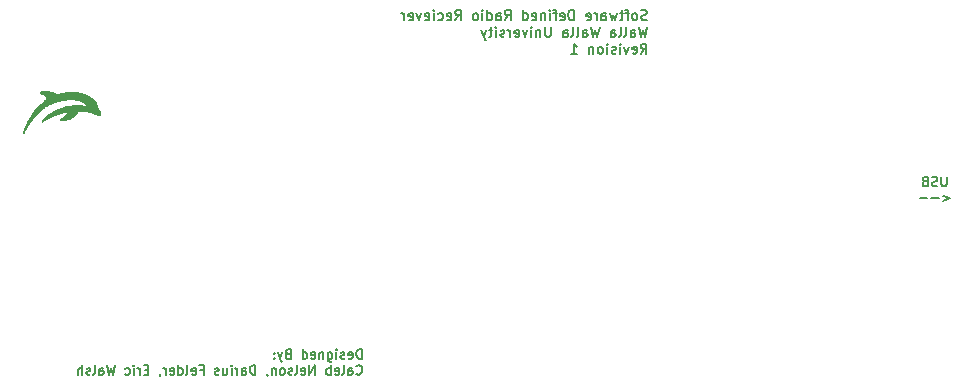
<source format=gbr>
G04 #@! TF.GenerationSoftware,KiCad,Pcbnew,(5.1.9)-1*
G04 #@! TF.CreationDate,2021-05-04T19:46:14-07:00*
G04 #@! TF.ProjectId,SDRReciever,53445252-6563-4696-9576-65722e6b6963,1*
G04 #@! TF.SameCoordinates,Original*
G04 #@! TF.FileFunction,Legend,Bot*
G04 #@! TF.FilePolarity,Positive*
%FSLAX46Y46*%
G04 Gerber Fmt 4.6, Leading zero omitted, Abs format (unit mm)*
G04 Created by KiCad (PCBNEW (5.1.9)-1) date 2021-05-04 19:46:14*
%MOMM*%
%LPD*%
G01*
G04 APERTURE LIST*
%ADD10C,0.150000*%
%ADD11C,0.010000*%
G04 APERTURE END LIST*
D10*
X127283523Y-146816404D02*
X127283523Y-146016404D01*
X127093047Y-146016404D01*
X126978761Y-146054500D01*
X126902571Y-146130690D01*
X126864476Y-146206880D01*
X126826380Y-146359261D01*
X126826380Y-146473547D01*
X126864476Y-146625928D01*
X126902571Y-146702119D01*
X126978761Y-146778309D01*
X127093047Y-146816404D01*
X127283523Y-146816404D01*
X126178761Y-146778309D02*
X126254952Y-146816404D01*
X126407333Y-146816404D01*
X126483523Y-146778309D01*
X126521619Y-146702119D01*
X126521619Y-146397357D01*
X126483523Y-146321166D01*
X126407333Y-146283071D01*
X126254952Y-146283071D01*
X126178761Y-146321166D01*
X126140666Y-146397357D01*
X126140666Y-146473547D01*
X126521619Y-146549738D01*
X125835904Y-146778309D02*
X125759714Y-146816404D01*
X125607333Y-146816404D01*
X125531142Y-146778309D01*
X125493047Y-146702119D01*
X125493047Y-146664023D01*
X125531142Y-146587833D01*
X125607333Y-146549738D01*
X125721619Y-146549738D01*
X125797809Y-146511642D01*
X125835904Y-146435452D01*
X125835904Y-146397357D01*
X125797809Y-146321166D01*
X125721619Y-146283071D01*
X125607333Y-146283071D01*
X125531142Y-146321166D01*
X125150190Y-146816404D02*
X125150190Y-146283071D01*
X125150190Y-146016404D02*
X125188285Y-146054500D01*
X125150190Y-146092595D01*
X125112095Y-146054500D01*
X125150190Y-146016404D01*
X125150190Y-146092595D01*
X124426380Y-146283071D02*
X124426380Y-146930690D01*
X124464476Y-147006880D01*
X124502571Y-147044976D01*
X124578761Y-147083071D01*
X124693047Y-147083071D01*
X124769238Y-147044976D01*
X124426380Y-146778309D02*
X124502571Y-146816404D01*
X124654952Y-146816404D01*
X124731142Y-146778309D01*
X124769238Y-146740214D01*
X124807333Y-146664023D01*
X124807333Y-146435452D01*
X124769238Y-146359261D01*
X124731142Y-146321166D01*
X124654952Y-146283071D01*
X124502571Y-146283071D01*
X124426380Y-146321166D01*
X124045428Y-146283071D02*
X124045428Y-146816404D01*
X124045428Y-146359261D02*
X124007333Y-146321166D01*
X123931142Y-146283071D01*
X123816857Y-146283071D01*
X123740666Y-146321166D01*
X123702571Y-146397357D01*
X123702571Y-146816404D01*
X123016857Y-146778309D02*
X123093047Y-146816404D01*
X123245428Y-146816404D01*
X123321619Y-146778309D01*
X123359714Y-146702119D01*
X123359714Y-146397357D01*
X123321619Y-146321166D01*
X123245428Y-146283071D01*
X123093047Y-146283071D01*
X123016857Y-146321166D01*
X122978761Y-146397357D01*
X122978761Y-146473547D01*
X123359714Y-146549738D01*
X122293047Y-146816404D02*
X122293047Y-146016404D01*
X122293047Y-146778309D02*
X122369238Y-146816404D01*
X122521619Y-146816404D01*
X122597809Y-146778309D01*
X122635904Y-146740214D01*
X122674000Y-146664023D01*
X122674000Y-146435452D01*
X122635904Y-146359261D01*
X122597809Y-146321166D01*
X122521619Y-146283071D01*
X122369238Y-146283071D01*
X122293047Y-146321166D01*
X121035904Y-146397357D02*
X120921619Y-146435452D01*
X120883523Y-146473547D01*
X120845428Y-146549738D01*
X120845428Y-146664023D01*
X120883523Y-146740214D01*
X120921619Y-146778309D01*
X120997809Y-146816404D01*
X121302571Y-146816404D01*
X121302571Y-146016404D01*
X121035904Y-146016404D01*
X120959714Y-146054500D01*
X120921619Y-146092595D01*
X120883523Y-146168785D01*
X120883523Y-146244976D01*
X120921619Y-146321166D01*
X120959714Y-146359261D01*
X121035904Y-146397357D01*
X121302571Y-146397357D01*
X120578761Y-146283071D02*
X120388285Y-146816404D01*
X120197809Y-146283071D02*
X120388285Y-146816404D01*
X120464476Y-147006880D01*
X120502571Y-147044976D01*
X120578761Y-147083071D01*
X119893047Y-146740214D02*
X119854952Y-146778309D01*
X119893047Y-146816404D01*
X119931142Y-146778309D01*
X119893047Y-146740214D01*
X119893047Y-146816404D01*
X119893047Y-146321166D02*
X119854952Y-146359261D01*
X119893047Y-146397357D01*
X119931142Y-146359261D01*
X119893047Y-146321166D01*
X119893047Y-146397357D01*
X126826380Y-148090214D02*
X126864476Y-148128309D01*
X126978761Y-148166404D01*
X127054952Y-148166404D01*
X127169238Y-148128309D01*
X127245428Y-148052119D01*
X127283523Y-147975928D01*
X127321619Y-147823547D01*
X127321619Y-147709261D01*
X127283523Y-147556880D01*
X127245428Y-147480690D01*
X127169238Y-147404500D01*
X127054952Y-147366404D01*
X126978761Y-147366404D01*
X126864476Y-147404500D01*
X126826380Y-147442595D01*
X126140666Y-148166404D02*
X126140666Y-147747357D01*
X126178761Y-147671166D01*
X126254952Y-147633071D01*
X126407333Y-147633071D01*
X126483523Y-147671166D01*
X126140666Y-148128309D02*
X126216857Y-148166404D01*
X126407333Y-148166404D01*
X126483523Y-148128309D01*
X126521619Y-148052119D01*
X126521619Y-147975928D01*
X126483523Y-147899738D01*
X126407333Y-147861642D01*
X126216857Y-147861642D01*
X126140666Y-147823547D01*
X125645428Y-148166404D02*
X125721619Y-148128309D01*
X125759714Y-148052119D01*
X125759714Y-147366404D01*
X125035904Y-148128309D02*
X125112095Y-148166404D01*
X125264476Y-148166404D01*
X125340666Y-148128309D01*
X125378761Y-148052119D01*
X125378761Y-147747357D01*
X125340666Y-147671166D01*
X125264476Y-147633071D01*
X125112095Y-147633071D01*
X125035904Y-147671166D01*
X124997809Y-147747357D01*
X124997809Y-147823547D01*
X125378761Y-147899738D01*
X124654952Y-148166404D02*
X124654952Y-147366404D01*
X124654952Y-147671166D02*
X124578761Y-147633071D01*
X124426380Y-147633071D01*
X124350190Y-147671166D01*
X124312095Y-147709261D01*
X124274000Y-147785452D01*
X124274000Y-148014023D01*
X124312095Y-148090214D01*
X124350190Y-148128309D01*
X124426380Y-148166404D01*
X124578761Y-148166404D01*
X124654952Y-148128309D01*
X123321619Y-148166404D02*
X123321619Y-147366404D01*
X122864476Y-148166404D01*
X122864476Y-147366404D01*
X122178761Y-148128309D02*
X122254952Y-148166404D01*
X122407333Y-148166404D01*
X122483523Y-148128309D01*
X122521619Y-148052119D01*
X122521619Y-147747357D01*
X122483523Y-147671166D01*
X122407333Y-147633071D01*
X122254952Y-147633071D01*
X122178761Y-147671166D01*
X122140666Y-147747357D01*
X122140666Y-147823547D01*
X122521619Y-147899738D01*
X121683523Y-148166404D02*
X121759714Y-148128309D01*
X121797809Y-148052119D01*
X121797809Y-147366404D01*
X121416857Y-148128309D02*
X121340666Y-148166404D01*
X121188285Y-148166404D01*
X121112095Y-148128309D01*
X121074000Y-148052119D01*
X121074000Y-148014023D01*
X121112095Y-147937833D01*
X121188285Y-147899738D01*
X121302571Y-147899738D01*
X121378761Y-147861642D01*
X121416857Y-147785452D01*
X121416857Y-147747357D01*
X121378761Y-147671166D01*
X121302571Y-147633071D01*
X121188285Y-147633071D01*
X121112095Y-147671166D01*
X120616857Y-148166404D02*
X120693047Y-148128309D01*
X120731142Y-148090214D01*
X120769238Y-148014023D01*
X120769238Y-147785452D01*
X120731142Y-147709261D01*
X120693047Y-147671166D01*
X120616857Y-147633071D01*
X120502571Y-147633071D01*
X120426380Y-147671166D01*
X120388285Y-147709261D01*
X120350190Y-147785452D01*
X120350190Y-148014023D01*
X120388285Y-148090214D01*
X120426380Y-148128309D01*
X120502571Y-148166404D01*
X120616857Y-148166404D01*
X120007333Y-147633071D02*
X120007333Y-148166404D01*
X120007333Y-147709261D02*
X119969238Y-147671166D01*
X119893047Y-147633071D01*
X119778761Y-147633071D01*
X119702571Y-147671166D01*
X119664476Y-147747357D01*
X119664476Y-148166404D01*
X119245428Y-148128309D02*
X119245428Y-148166404D01*
X119283523Y-148242595D01*
X119321619Y-148280690D01*
X118293047Y-148166404D02*
X118293047Y-147366404D01*
X118102571Y-147366404D01*
X117988285Y-147404500D01*
X117912095Y-147480690D01*
X117874000Y-147556880D01*
X117835904Y-147709261D01*
X117835904Y-147823547D01*
X117874000Y-147975928D01*
X117912095Y-148052119D01*
X117988285Y-148128309D01*
X118102571Y-148166404D01*
X118293047Y-148166404D01*
X117150190Y-148166404D02*
X117150190Y-147747357D01*
X117188285Y-147671166D01*
X117264476Y-147633071D01*
X117416857Y-147633071D01*
X117493047Y-147671166D01*
X117150190Y-148128309D02*
X117226380Y-148166404D01*
X117416857Y-148166404D01*
X117493047Y-148128309D01*
X117531142Y-148052119D01*
X117531142Y-147975928D01*
X117493047Y-147899738D01*
X117416857Y-147861642D01*
X117226380Y-147861642D01*
X117150190Y-147823547D01*
X116769238Y-148166404D02*
X116769238Y-147633071D01*
X116769238Y-147785452D02*
X116731142Y-147709261D01*
X116693047Y-147671166D01*
X116616857Y-147633071D01*
X116540666Y-147633071D01*
X116274000Y-148166404D02*
X116274000Y-147633071D01*
X116274000Y-147366404D02*
X116312095Y-147404500D01*
X116274000Y-147442595D01*
X116235904Y-147404500D01*
X116274000Y-147366404D01*
X116274000Y-147442595D01*
X115550190Y-147633071D02*
X115550190Y-148166404D01*
X115893047Y-147633071D02*
X115893047Y-148052119D01*
X115854952Y-148128309D01*
X115778761Y-148166404D01*
X115664476Y-148166404D01*
X115588285Y-148128309D01*
X115550190Y-148090214D01*
X115207333Y-148128309D02*
X115131142Y-148166404D01*
X114978761Y-148166404D01*
X114902571Y-148128309D01*
X114864476Y-148052119D01*
X114864476Y-148014023D01*
X114902571Y-147937833D01*
X114978761Y-147899738D01*
X115093047Y-147899738D01*
X115169238Y-147861642D01*
X115207333Y-147785452D01*
X115207333Y-147747357D01*
X115169238Y-147671166D01*
X115093047Y-147633071D01*
X114978761Y-147633071D01*
X114902571Y-147671166D01*
X113645428Y-147747357D02*
X113912095Y-147747357D01*
X113912095Y-148166404D02*
X113912095Y-147366404D01*
X113531142Y-147366404D01*
X112921619Y-148128309D02*
X112997809Y-148166404D01*
X113150190Y-148166404D01*
X113226380Y-148128309D01*
X113264476Y-148052119D01*
X113264476Y-147747357D01*
X113226380Y-147671166D01*
X113150190Y-147633071D01*
X112997809Y-147633071D01*
X112921619Y-147671166D01*
X112883523Y-147747357D01*
X112883523Y-147823547D01*
X113264476Y-147899738D01*
X112426380Y-148166404D02*
X112502571Y-148128309D01*
X112540666Y-148052119D01*
X112540666Y-147366404D01*
X111778761Y-148166404D02*
X111778761Y-147366404D01*
X111778761Y-148128309D02*
X111854952Y-148166404D01*
X112007333Y-148166404D01*
X112083523Y-148128309D01*
X112121619Y-148090214D01*
X112159714Y-148014023D01*
X112159714Y-147785452D01*
X112121619Y-147709261D01*
X112083523Y-147671166D01*
X112007333Y-147633071D01*
X111854952Y-147633071D01*
X111778761Y-147671166D01*
X111093047Y-148128309D02*
X111169238Y-148166404D01*
X111321619Y-148166404D01*
X111397809Y-148128309D01*
X111435904Y-148052119D01*
X111435904Y-147747357D01*
X111397809Y-147671166D01*
X111321619Y-147633071D01*
X111169238Y-147633071D01*
X111093047Y-147671166D01*
X111054952Y-147747357D01*
X111054952Y-147823547D01*
X111435904Y-147899738D01*
X110712095Y-148166404D02*
X110712095Y-147633071D01*
X110712095Y-147785452D02*
X110674000Y-147709261D01*
X110635904Y-147671166D01*
X110559714Y-147633071D01*
X110483523Y-147633071D01*
X110178761Y-148128309D02*
X110178761Y-148166404D01*
X110216857Y-148242595D01*
X110254952Y-148280690D01*
X109226380Y-147747357D02*
X108959714Y-147747357D01*
X108845428Y-148166404D02*
X109226380Y-148166404D01*
X109226380Y-147366404D01*
X108845428Y-147366404D01*
X108502571Y-148166404D02*
X108502571Y-147633071D01*
X108502571Y-147785452D02*
X108464476Y-147709261D01*
X108426380Y-147671166D01*
X108350190Y-147633071D01*
X108274000Y-147633071D01*
X108007333Y-148166404D02*
X108007333Y-147633071D01*
X108007333Y-147366404D02*
X108045428Y-147404500D01*
X108007333Y-147442595D01*
X107969238Y-147404500D01*
X108007333Y-147366404D01*
X108007333Y-147442595D01*
X107283523Y-148128309D02*
X107359714Y-148166404D01*
X107512095Y-148166404D01*
X107588285Y-148128309D01*
X107626380Y-148090214D01*
X107664476Y-148014023D01*
X107664476Y-147785452D01*
X107626380Y-147709261D01*
X107588285Y-147671166D01*
X107512095Y-147633071D01*
X107359714Y-147633071D01*
X107283523Y-147671166D01*
X106407333Y-147366404D02*
X106216857Y-148166404D01*
X106064476Y-147594976D01*
X105912095Y-148166404D01*
X105721619Y-147366404D01*
X105074000Y-148166404D02*
X105074000Y-147747357D01*
X105112095Y-147671166D01*
X105188285Y-147633071D01*
X105340666Y-147633071D01*
X105416857Y-147671166D01*
X105074000Y-148128309D02*
X105150190Y-148166404D01*
X105340666Y-148166404D01*
X105416857Y-148128309D01*
X105454952Y-148052119D01*
X105454952Y-147975928D01*
X105416857Y-147899738D01*
X105340666Y-147861642D01*
X105150190Y-147861642D01*
X105074000Y-147823547D01*
X104578761Y-148166404D02*
X104654952Y-148128309D01*
X104693047Y-148052119D01*
X104693047Y-147366404D01*
X104312095Y-148128309D02*
X104235904Y-148166404D01*
X104083523Y-148166404D01*
X104007333Y-148128309D01*
X103969238Y-148052119D01*
X103969238Y-148014023D01*
X104007333Y-147937833D01*
X104083523Y-147899738D01*
X104197809Y-147899738D01*
X104274000Y-147861642D01*
X104312095Y-147785452D01*
X104312095Y-147747357D01*
X104274000Y-147671166D01*
X104197809Y-147633071D01*
X104083523Y-147633071D01*
X104007333Y-147671166D01*
X103626380Y-148166404D02*
X103626380Y-147366404D01*
X103283523Y-148166404D02*
X103283523Y-147747357D01*
X103321619Y-147671166D01*
X103397809Y-147633071D01*
X103512095Y-147633071D01*
X103588285Y-147671166D01*
X103626380Y-147709261D01*
X151442095Y-118108547D02*
X151320666Y-118149023D01*
X151118285Y-118149023D01*
X151037333Y-118108547D01*
X150996857Y-118068071D01*
X150956380Y-117987119D01*
X150956380Y-117906166D01*
X150996857Y-117825214D01*
X151037333Y-117784738D01*
X151118285Y-117744261D01*
X151280190Y-117703785D01*
X151361142Y-117663309D01*
X151401619Y-117622833D01*
X151442095Y-117541880D01*
X151442095Y-117460928D01*
X151401619Y-117379976D01*
X151361142Y-117339500D01*
X151280190Y-117299023D01*
X151077809Y-117299023D01*
X150956380Y-117339500D01*
X150470666Y-118149023D02*
X150551619Y-118108547D01*
X150592095Y-118068071D01*
X150632571Y-117987119D01*
X150632571Y-117744261D01*
X150592095Y-117663309D01*
X150551619Y-117622833D01*
X150470666Y-117582357D01*
X150349238Y-117582357D01*
X150268285Y-117622833D01*
X150227809Y-117663309D01*
X150187333Y-117744261D01*
X150187333Y-117987119D01*
X150227809Y-118068071D01*
X150268285Y-118108547D01*
X150349238Y-118149023D01*
X150470666Y-118149023D01*
X149944476Y-117582357D02*
X149620666Y-117582357D01*
X149823047Y-118149023D02*
X149823047Y-117420452D01*
X149782571Y-117339500D01*
X149701619Y-117299023D01*
X149620666Y-117299023D01*
X149458761Y-117582357D02*
X149134952Y-117582357D01*
X149337333Y-117299023D02*
X149337333Y-118027595D01*
X149296857Y-118108547D01*
X149215904Y-118149023D01*
X149134952Y-118149023D01*
X148932571Y-117582357D02*
X148770666Y-118149023D01*
X148608761Y-117744261D01*
X148446857Y-118149023D01*
X148284952Y-117582357D01*
X147596857Y-118149023D02*
X147596857Y-117703785D01*
X147637333Y-117622833D01*
X147718285Y-117582357D01*
X147880190Y-117582357D01*
X147961142Y-117622833D01*
X147596857Y-118108547D02*
X147677809Y-118149023D01*
X147880190Y-118149023D01*
X147961142Y-118108547D01*
X148001619Y-118027595D01*
X148001619Y-117946642D01*
X147961142Y-117865690D01*
X147880190Y-117825214D01*
X147677809Y-117825214D01*
X147596857Y-117784738D01*
X147192095Y-118149023D02*
X147192095Y-117582357D01*
X147192095Y-117744261D02*
X147151619Y-117663309D01*
X147111142Y-117622833D01*
X147030190Y-117582357D01*
X146949238Y-117582357D01*
X146342095Y-118108547D02*
X146423047Y-118149023D01*
X146584952Y-118149023D01*
X146665904Y-118108547D01*
X146706380Y-118027595D01*
X146706380Y-117703785D01*
X146665904Y-117622833D01*
X146584952Y-117582357D01*
X146423047Y-117582357D01*
X146342095Y-117622833D01*
X146301619Y-117703785D01*
X146301619Y-117784738D01*
X146706380Y-117865690D01*
X145289714Y-118149023D02*
X145289714Y-117299023D01*
X145087333Y-117299023D01*
X144965904Y-117339500D01*
X144884952Y-117420452D01*
X144844476Y-117501404D01*
X144804000Y-117663309D01*
X144804000Y-117784738D01*
X144844476Y-117946642D01*
X144884952Y-118027595D01*
X144965904Y-118108547D01*
X145087333Y-118149023D01*
X145289714Y-118149023D01*
X144115904Y-118108547D02*
X144196857Y-118149023D01*
X144358761Y-118149023D01*
X144439714Y-118108547D01*
X144480190Y-118027595D01*
X144480190Y-117703785D01*
X144439714Y-117622833D01*
X144358761Y-117582357D01*
X144196857Y-117582357D01*
X144115904Y-117622833D01*
X144075428Y-117703785D01*
X144075428Y-117784738D01*
X144480190Y-117865690D01*
X143832571Y-117582357D02*
X143508761Y-117582357D01*
X143711142Y-118149023D02*
X143711142Y-117420452D01*
X143670666Y-117339500D01*
X143589714Y-117299023D01*
X143508761Y-117299023D01*
X143225428Y-118149023D02*
X143225428Y-117582357D01*
X143225428Y-117299023D02*
X143265904Y-117339500D01*
X143225428Y-117379976D01*
X143184952Y-117339500D01*
X143225428Y-117299023D01*
X143225428Y-117379976D01*
X142820666Y-117582357D02*
X142820666Y-118149023D01*
X142820666Y-117663309D02*
X142780190Y-117622833D01*
X142699238Y-117582357D01*
X142577809Y-117582357D01*
X142496857Y-117622833D01*
X142456380Y-117703785D01*
X142456380Y-118149023D01*
X141727809Y-118108547D02*
X141808761Y-118149023D01*
X141970666Y-118149023D01*
X142051619Y-118108547D01*
X142092095Y-118027595D01*
X142092095Y-117703785D01*
X142051619Y-117622833D01*
X141970666Y-117582357D01*
X141808761Y-117582357D01*
X141727809Y-117622833D01*
X141687333Y-117703785D01*
X141687333Y-117784738D01*
X142092095Y-117865690D01*
X140958761Y-118149023D02*
X140958761Y-117299023D01*
X140958761Y-118108547D02*
X141039714Y-118149023D01*
X141201619Y-118149023D01*
X141282571Y-118108547D01*
X141323047Y-118068071D01*
X141363523Y-117987119D01*
X141363523Y-117744261D01*
X141323047Y-117663309D01*
X141282571Y-117622833D01*
X141201619Y-117582357D01*
X141039714Y-117582357D01*
X140958761Y-117622833D01*
X139420666Y-118149023D02*
X139704000Y-117744261D01*
X139906380Y-118149023D02*
X139906380Y-117299023D01*
X139582571Y-117299023D01*
X139501619Y-117339500D01*
X139461142Y-117379976D01*
X139420666Y-117460928D01*
X139420666Y-117582357D01*
X139461142Y-117663309D01*
X139501619Y-117703785D01*
X139582571Y-117744261D01*
X139906380Y-117744261D01*
X138692095Y-118149023D02*
X138692095Y-117703785D01*
X138732571Y-117622833D01*
X138813523Y-117582357D01*
X138975428Y-117582357D01*
X139056380Y-117622833D01*
X138692095Y-118108547D02*
X138773047Y-118149023D01*
X138975428Y-118149023D01*
X139056380Y-118108547D01*
X139096857Y-118027595D01*
X139096857Y-117946642D01*
X139056380Y-117865690D01*
X138975428Y-117825214D01*
X138773047Y-117825214D01*
X138692095Y-117784738D01*
X137923047Y-118149023D02*
X137923047Y-117299023D01*
X137923047Y-118108547D02*
X138004000Y-118149023D01*
X138165904Y-118149023D01*
X138246857Y-118108547D01*
X138287333Y-118068071D01*
X138327809Y-117987119D01*
X138327809Y-117744261D01*
X138287333Y-117663309D01*
X138246857Y-117622833D01*
X138165904Y-117582357D01*
X138004000Y-117582357D01*
X137923047Y-117622833D01*
X137518285Y-118149023D02*
X137518285Y-117582357D01*
X137518285Y-117299023D02*
X137558761Y-117339500D01*
X137518285Y-117379976D01*
X137477809Y-117339500D01*
X137518285Y-117299023D01*
X137518285Y-117379976D01*
X136992095Y-118149023D02*
X137073047Y-118108547D01*
X137113523Y-118068071D01*
X137154000Y-117987119D01*
X137154000Y-117744261D01*
X137113523Y-117663309D01*
X137073047Y-117622833D01*
X136992095Y-117582357D01*
X136870666Y-117582357D01*
X136789714Y-117622833D01*
X136749238Y-117663309D01*
X136708761Y-117744261D01*
X136708761Y-117987119D01*
X136749238Y-118068071D01*
X136789714Y-118108547D01*
X136870666Y-118149023D01*
X136992095Y-118149023D01*
X135211142Y-118149023D02*
X135494476Y-117744261D01*
X135696857Y-118149023D02*
X135696857Y-117299023D01*
X135373047Y-117299023D01*
X135292095Y-117339500D01*
X135251619Y-117379976D01*
X135211142Y-117460928D01*
X135211142Y-117582357D01*
X135251619Y-117663309D01*
X135292095Y-117703785D01*
X135373047Y-117744261D01*
X135696857Y-117744261D01*
X134523047Y-118108547D02*
X134604000Y-118149023D01*
X134765904Y-118149023D01*
X134846857Y-118108547D01*
X134887333Y-118027595D01*
X134887333Y-117703785D01*
X134846857Y-117622833D01*
X134765904Y-117582357D01*
X134604000Y-117582357D01*
X134523047Y-117622833D01*
X134482571Y-117703785D01*
X134482571Y-117784738D01*
X134887333Y-117865690D01*
X133754000Y-118108547D02*
X133834952Y-118149023D01*
X133996857Y-118149023D01*
X134077809Y-118108547D01*
X134118285Y-118068071D01*
X134158761Y-117987119D01*
X134158761Y-117744261D01*
X134118285Y-117663309D01*
X134077809Y-117622833D01*
X133996857Y-117582357D01*
X133834952Y-117582357D01*
X133754000Y-117622833D01*
X133389714Y-118149023D02*
X133389714Y-117582357D01*
X133389714Y-117299023D02*
X133430190Y-117339500D01*
X133389714Y-117379976D01*
X133349238Y-117339500D01*
X133389714Y-117299023D01*
X133389714Y-117379976D01*
X132661142Y-118108547D02*
X132742095Y-118149023D01*
X132904000Y-118149023D01*
X132984952Y-118108547D01*
X133025428Y-118027595D01*
X133025428Y-117703785D01*
X132984952Y-117622833D01*
X132904000Y-117582357D01*
X132742095Y-117582357D01*
X132661142Y-117622833D01*
X132620666Y-117703785D01*
X132620666Y-117784738D01*
X133025428Y-117865690D01*
X132337333Y-117582357D02*
X132134952Y-118149023D01*
X131932571Y-117582357D01*
X131284952Y-118108547D02*
X131365904Y-118149023D01*
X131527809Y-118149023D01*
X131608761Y-118108547D01*
X131649238Y-118027595D01*
X131649238Y-117703785D01*
X131608761Y-117622833D01*
X131527809Y-117582357D01*
X131365904Y-117582357D01*
X131284952Y-117622833D01*
X131244476Y-117703785D01*
X131244476Y-117784738D01*
X131649238Y-117865690D01*
X130880190Y-118149023D02*
X130880190Y-117582357D01*
X130880190Y-117744261D02*
X130839714Y-117663309D01*
X130799238Y-117622833D01*
X130718285Y-117582357D01*
X130637333Y-117582357D01*
X151482571Y-118724023D02*
X151280190Y-119574023D01*
X151118285Y-118966880D01*
X150956380Y-119574023D01*
X150754000Y-118724023D01*
X150065904Y-119574023D02*
X150065904Y-119128785D01*
X150106380Y-119047833D01*
X150187333Y-119007357D01*
X150349238Y-119007357D01*
X150430190Y-119047833D01*
X150065904Y-119533547D02*
X150146857Y-119574023D01*
X150349238Y-119574023D01*
X150430190Y-119533547D01*
X150470666Y-119452595D01*
X150470666Y-119371642D01*
X150430190Y-119290690D01*
X150349238Y-119250214D01*
X150146857Y-119250214D01*
X150065904Y-119209738D01*
X149539714Y-119574023D02*
X149620666Y-119533547D01*
X149661142Y-119452595D01*
X149661142Y-118724023D01*
X149094476Y-119574023D02*
X149175428Y-119533547D01*
X149215904Y-119452595D01*
X149215904Y-118724023D01*
X148406380Y-119574023D02*
X148406380Y-119128785D01*
X148446857Y-119047833D01*
X148527809Y-119007357D01*
X148689714Y-119007357D01*
X148770666Y-119047833D01*
X148406380Y-119533547D02*
X148487333Y-119574023D01*
X148689714Y-119574023D01*
X148770666Y-119533547D01*
X148811142Y-119452595D01*
X148811142Y-119371642D01*
X148770666Y-119290690D01*
X148689714Y-119250214D01*
X148487333Y-119250214D01*
X148406380Y-119209738D01*
X147434952Y-118724023D02*
X147232571Y-119574023D01*
X147070666Y-118966880D01*
X146908761Y-119574023D01*
X146706380Y-118724023D01*
X146018285Y-119574023D02*
X146018285Y-119128785D01*
X146058761Y-119047833D01*
X146139714Y-119007357D01*
X146301619Y-119007357D01*
X146382571Y-119047833D01*
X146018285Y-119533547D02*
X146099238Y-119574023D01*
X146301619Y-119574023D01*
X146382571Y-119533547D01*
X146423047Y-119452595D01*
X146423047Y-119371642D01*
X146382571Y-119290690D01*
X146301619Y-119250214D01*
X146099238Y-119250214D01*
X146018285Y-119209738D01*
X145492095Y-119574023D02*
X145573047Y-119533547D01*
X145613523Y-119452595D01*
X145613523Y-118724023D01*
X145046857Y-119574023D02*
X145127809Y-119533547D01*
X145168285Y-119452595D01*
X145168285Y-118724023D01*
X144358761Y-119574023D02*
X144358761Y-119128785D01*
X144399238Y-119047833D01*
X144480190Y-119007357D01*
X144642095Y-119007357D01*
X144723047Y-119047833D01*
X144358761Y-119533547D02*
X144439714Y-119574023D01*
X144642095Y-119574023D01*
X144723047Y-119533547D01*
X144763523Y-119452595D01*
X144763523Y-119371642D01*
X144723047Y-119290690D01*
X144642095Y-119250214D01*
X144439714Y-119250214D01*
X144358761Y-119209738D01*
X143306380Y-118724023D02*
X143306380Y-119412119D01*
X143265904Y-119493071D01*
X143225428Y-119533547D01*
X143144476Y-119574023D01*
X142982571Y-119574023D01*
X142901619Y-119533547D01*
X142861142Y-119493071D01*
X142820666Y-119412119D01*
X142820666Y-118724023D01*
X142415904Y-119007357D02*
X142415904Y-119574023D01*
X142415904Y-119088309D02*
X142375428Y-119047833D01*
X142294476Y-119007357D01*
X142173047Y-119007357D01*
X142092095Y-119047833D01*
X142051619Y-119128785D01*
X142051619Y-119574023D01*
X141646857Y-119574023D02*
X141646857Y-119007357D01*
X141646857Y-118724023D02*
X141687333Y-118764500D01*
X141646857Y-118804976D01*
X141606380Y-118764500D01*
X141646857Y-118724023D01*
X141646857Y-118804976D01*
X141323047Y-119007357D02*
X141120666Y-119574023D01*
X140918285Y-119007357D01*
X140270666Y-119533547D02*
X140351619Y-119574023D01*
X140513523Y-119574023D01*
X140594476Y-119533547D01*
X140634952Y-119452595D01*
X140634952Y-119128785D01*
X140594476Y-119047833D01*
X140513523Y-119007357D01*
X140351619Y-119007357D01*
X140270666Y-119047833D01*
X140230190Y-119128785D01*
X140230190Y-119209738D01*
X140634952Y-119290690D01*
X139865904Y-119574023D02*
X139865904Y-119007357D01*
X139865904Y-119169261D02*
X139825428Y-119088309D01*
X139784952Y-119047833D01*
X139704000Y-119007357D01*
X139623047Y-119007357D01*
X139380190Y-119533547D02*
X139299238Y-119574023D01*
X139137333Y-119574023D01*
X139056380Y-119533547D01*
X139015904Y-119452595D01*
X139015904Y-119412119D01*
X139056380Y-119331166D01*
X139137333Y-119290690D01*
X139258761Y-119290690D01*
X139339714Y-119250214D01*
X139380190Y-119169261D01*
X139380190Y-119128785D01*
X139339714Y-119047833D01*
X139258761Y-119007357D01*
X139137333Y-119007357D01*
X139056380Y-119047833D01*
X138651619Y-119574023D02*
X138651619Y-119007357D01*
X138651619Y-118724023D02*
X138692095Y-118764500D01*
X138651619Y-118804976D01*
X138611142Y-118764500D01*
X138651619Y-118724023D01*
X138651619Y-118804976D01*
X138368285Y-119007357D02*
X138044476Y-119007357D01*
X138246857Y-118724023D02*
X138246857Y-119452595D01*
X138206380Y-119533547D01*
X138125428Y-119574023D01*
X138044476Y-119574023D01*
X137842095Y-119007357D02*
X137639714Y-119574023D01*
X137437333Y-119007357D02*
X137639714Y-119574023D01*
X137720666Y-119776404D01*
X137761142Y-119816880D01*
X137842095Y-119857357D01*
X150915904Y-120999023D02*
X151199238Y-120594261D01*
X151401619Y-120999023D02*
X151401619Y-120149023D01*
X151077809Y-120149023D01*
X150996857Y-120189500D01*
X150956380Y-120229976D01*
X150915904Y-120310928D01*
X150915904Y-120432357D01*
X150956380Y-120513309D01*
X150996857Y-120553785D01*
X151077809Y-120594261D01*
X151401619Y-120594261D01*
X150227809Y-120958547D02*
X150308761Y-120999023D01*
X150470666Y-120999023D01*
X150551619Y-120958547D01*
X150592095Y-120877595D01*
X150592095Y-120553785D01*
X150551619Y-120472833D01*
X150470666Y-120432357D01*
X150308761Y-120432357D01*
X150227809Y-120472833D01*
X150187333Y-120553785D01*
X150187333Y-120634738D01*
X150592095Y-120715690D01*
X149904000Y-120432357D02*
X149701619Y-120999023D01*
X149499238Y-120432357D01*
X149175428Y-120999023D02*
X149175428Y-120432357D01*
X149175428Y-120149023D02*
X149215904Y-120189500D01*
X149175428Y-120229976D01*
X149134952Y-120189500D01*
X149175428Y-120149023D01*
X149175428Y-120229976D01*
X148811142Y-120958547D02*
X148730190Y-120999023D01*
X148568285Y-120999023D01*
X148487333Y-120958547D01*
X148446857Y-120877595D01*
X148446857Y-120837119D01*
X148487333Y-120756166D01*
X148568285Y-120715690D01*
X148689714Y-120715690D01*
X148770666Y-120675214D01*
X148811142Y-120594261D01*
X148811142Y-120553785D01*
X148770666Y-120472833D01*
X148689714Y-120432357D01*
X148568285Y-120432357D01*
X148487333Y-120472833D01*
X148082571Y-120999023D02*
X148082571Y-120432357D01*
X148082571Y-120149023D02*
X148123047Y-120189500D01*
X148082571Y-120229976D01*
X148042095Y-120189500D01*
X148082571Y-120149023D01*
X148082571Y-120229976D01*
X147556380Y-120999023D02*
X147637333Y-120958547D01*
X147677809Y-120918071D01*
X147718285Y-120837119D01*
X147718285Y-120594261D01*
X147677809Y-120513309D01*
X147637333Y-120472833D01*
X147556380Y-120432357D01*
X147434952Y-120432357D01*
X147354000Y-120472833D01*
X147313523Y-120513309D01*
X147273047Y-120594261D01*
X147273047Y-120837119D01*
X147313523Y-120918071D01*
X147354000Y-120958547D01*
X147434952Y-120999023D01*
X147556380Y-120999023D01*
X146908761Y-120432357D02*
X146908761Y-120999023D01*
X146908761Y-120513309D02*
X146868285Y-120472833D01*
X146787333Y-120432357D01*
X146665904Y-120432357D01*
X146584952Y-120472833D01*
X146544476Y-120553785D01*
X146544476Y-120999023D01*
X145046857Y-120999023D02*
X145532571Y-120999023D01*
X145289714Y-120999023D02*
X145289714Y-120149023D01*
X145370666Y-120270452D01*
X145451619Y-120351404D01*
X145532571Y-120391880D01*
X176841023Y-131411404D02*
X176841023Y-132059023D01*
X176802928Y-132135214D01*
X176764833Y-132173309D01*
X176688642Y-132211404D01*
X176536261Y-132211404D01*
X176460071Y-132173309D01*
X176421976Y-132135214D01*
X176383880Y-132059023D01*
X176383880Y-131411404D01*
X176041023Y-132173309D02*
X175926738Y-132211404D01*
X175736261Y-132211404D01*
X175660071Y-132173309D01*
X175621976Y-132135214D01*
X175583880Y-132059023D01*
X175583880Y-131982833D01*
X175621976Y-131906642D01*
X175660071Y-131868547D01*
X175736261Y-131830452D01*
X175888642Y-131792357D01*
X175964833Y-131754261D01*
X176002928Y-131716166D01*
X176041023Y-131639976D01*
X176041023Y-131563785D01*
X176002928Y-131487595D01*
X175964833Y-131449500D01*
X175888642Y-131411404D01*
X175698166Y-131411404D01*
X175583880Y-131449500D01*
X174974357Y-131792357D02*
X174860071Y-131830452D01*
X174821976Y-131868547D01*
X174783880Y-131944738D01*
X174783880Y-132059023D01*
X174821976Y-132135214D01*
X174860071Y-132173309D01*
X174936261Y-132211404D01*
X175241023Y-132211404D01*
X175241023Y-131411404D01*
X174974357Y-131411404D01*
X174898166Y-131449500D01*
X174860071Y-131487595D01*
X174821976Y-131563785D01*
X174821976Y-131639976D01*
X174860071Y-131716166D01*
X174898166Y-131754261D01*
X174974357Y-131792357D01*
X175241023Y-131792357D01*
X176517214Y-133028071D02*
X177126738Y-133256642D01*
X176517214Y-133485214D01*
X176136261Y-133256642D02*
X175526738Y-133256642D01*
X175145785Y-133256642D02*
X174536261Y-133256642D01*
D11*
G36*
X100602468Y-124156595D02*
G01*
X100670293Y-124159430D01*
X100704650Y-124161778D01*
X100780449Y-124169977D01*
X100856813Y-124182845D01*
X100934066Y-124200493D01*
X101012531Y-124223030D01*
X101092532Y-124250567D01*
X101174394Y-124283214D01*
X101258440Y-124321082D01*
X101344994Y-124364280D01*
X101421766Y-124405824D01*
X101480070Y-124438448D01*
X101520191Y-124427058D01*
X101576476Y-124411642D01*
X101637395Y-124395990D01*
X101702101Y-124380269D01*
X101769748Y-124364645D01*
X101839492Y-124349287D01*
X101910485Y-124334360D01*
X101981882Y-124320033D01*
X102052838Y-124306472D01*
X102122506Y-124293845D01*
X102190040Y-124282318D01*
X102254594Y-124272059D01*
X102315324Y-124263235D01*
X102371382Y-124256013D01*
X102404862Y-124252263D01*
X102547017Y-124240304D01*
X102688817Y-124234076D01*
X102829908Y-124233554D01*
X102969937Y-124238710D01*
X103108551Y-124249519D01*
X103245397Y-124265953D01*
X103380120Y-124287986D01*
X103512367Y-124315591D01*
X103624062Y-124343826D01*
X103739640Y-124377827D01*
X103849810Y-124415045D01*
X103954668Y-124455534D01*
X104054313Y-124499346D01*
X104148840Y-124546534D01*
X104238346Y-124597151D01*
X104322929Y-124651250D01*
X104402686Y-124708883D01*
X104477713Y-124770104D01*
X104548107Y-124834964D01*
X104574975Y-124861924D01*
X104629587Y-124921677D01*
X104678099Y-124982465D01*
X104720727Y-125044683D01*
X104757689Y-125108727D01*
X104789202Y-125174992D01*
X104815482Y-125243875D01*
X104836747Y-125315771D01*
X104846263Y-125356176D01*
X104850739Y-125377409D01*
X104855865Y-125402469D01*
X104861154Y-125428935D01*
X104866120Y-125454385D01*
X104868724Y-125468062D01*
X104872922Y-125489437D01*
X104877167Y-125508286D01*
X104881844Y-125525314D01*
X104887337Y-125541224D01*
X104894033Y-125556722D01*
X104902316Y-125572511D01*
X104912571Y-125589296D01*
X104925182Y-125607781D01*
X104940536Y-125628671D01*
X104959017Y-125652669D01*
X104981011Y-125680481D01*
X104993137Y-125695653D01*
X105018146Y-125727077D01*
X105039444Y-125754324D01*
X105057470Y-125778025D01*
X105072663Y-125798810D01*
X105085461Y-125817307D01*
X105096303Y-125834148D01*
X105105629Y-125849962D01*
X105113876Y-125865380D01*
X105119879Y-125877613D01*
X105126428Y-125891949D01*
X105131665Y-125904981D01*
X105135723Y-125917662D01*
X105138735Y-125930940D01*
X105140832Y-125945766D01*
X105142148Y-125963091D01*
X105142816Y-125983865D01*
X105142968Y-126009039D01*
X105142737Y-126039562D01*
X105142719Y-126041150D01*
X105142398Y-126067095D01*
X105142059Y-126087530D01*
X105141633Y-126103296D01*
X105141051Y-126115231D01*
X105140244Y-126124177D01*
X105139143Y-126130972D01*
X105137679Y-126136458D01*
X105135785Y-126141473D01*
X105134209Y-126145058D01*
X105124646Y-126160910D01*
X105111663Y-126175205D01*
X105097052Y-126186190D01*
X105087470Y-126190748D01*
X105076950Y-126193044D01*
X105061331Y-126194514D01*
X105041826Y-126195049D01*
X105040112Y-126195048D01*
X105023245Y-126194497D01*
X105005772Y-126192825D01*
X104987192Y-126189875D01*
X104967002Y-126185487D01*
X104944702Y-126179505D01*
X104919790Y-126171771D01*
X104891764Y-126162128D01*
X104860124Y-126150416D01*
X104824367Y-126136479D01*
X104783992Y-126120159D01*
X104738498Y-126101298D01*
X104727713Y-126096776D01*
X104699822Y-126085006D01*
X104670108Y-126072373D01*
X104640035Y-126059506D01*
X104611067Y-126047035D01*
X104584669Y-126035587D01*
X104562304Y-126025791D01*
X104557512Y-126023673D01*
X104536016Y-126014222D01*
X104514679Y-126004974D01*
X104494767Y-125996468D01*
X104477546Y-125989242D01*
X104464284Y-125983836D01*
X104459957Y-125982146D01*
X104425348Y-125969731D01*
X104387526Y-125957732D01*
X104346114Y-125946065D01*
X104300735Y-125934646D01*
X104251013Y-125923392D01*
X104196571Y-125912218D01*
X104137032Y-125901041D01*
X104072019Y-125889776D01*
X104001155Y-125878339D01*
X103978075Y-125874766D01*
X103921053Y-125866291D01*
X103866277Y-125858739D01*
X103812900Y-125852042D01*
X103760078Y-125846127D01*
X103706966Y-125840927D01*
X103652719Y-125836370D01*
X103596491Y-125832387D01*
X103537439Y-125828907D01*
X103474716Y-125825861D01*
X103407478Y-125823178D01*
X103334880Y-125820789D01*
X103322152Y-125820413D01*
X103255191Y-125818465D01*
X103234010Y-125860186D01*
X103217235Y-125892518D01*
X103200934Y-125922317D01*
X103184109Y-125951279D01*
X103165761Y-125981100D01*
X103144893Y-126013479D01*
X103135003Y-126028450D01*
X103082912Y-126102044D01*
X103028201Y-126170041D01*
X102970924Y-126232389D01*
X102911141Y-126289037D01*
X102848906Y-126339933D01*
X102784279Y-126385027D01*
X102717314Y-126424267D01*
X102666611Y-126449359D01*
X102576772Y-126487328D01*
X102482102Y-126521200D01*
X102382627Y-126550971D01*
X102278373Y-126576634D01*
X102169365Y-126598185D01*
X102055631Y-126615616D01*
X101937194Y-126628924D01*
X101814083Y-126638102D01*
X101781768Y-126639790D01*
X101739700Y-126641800D01*
X101739804Y-126569281D01*
X101739909Y-126496762D01*
X101827911Y-126453405D01*
X101904639Y-126413832D01*
X101976256Y-126373266D01*
X102042526Y-126331863D01*
X102103215Y-126289779D01*
X102158088Y-126247171D01*
X102206911Y-126204196D01*
X102218902Y-126192670D01*
X102248496Y-126161754D01*
X102273654Y-126130998D01*
X102295502Y-126098753D01*
X102315165Y-126063367D01*
X102332747Y-126025563D01*
X102338995Y-126010260D01*
X102345533Y-125992854D01*
X102352006Y-125974461D01*
X102358056Y-125956196D01*
X102363330Y-125939175D01*
X102367471Y-125924512D01*
X102370124Y-125913323D01*
X102370933Y-125906724D01*
X102370841Y-125906048D01*
X102370355Y-125905194D01*
X102369055Y-125904649D01*
X102366451Y-125904499D01*
X102362053Y-125904827D01*
X102355371Y-125905717D01*
X102345915Y-125907254D01*
X102333194Y-125909521D01*
X102316719Y-125912604D01*
X102295998Y-125916586D01*
X102270543Y-125921552D01*
X102239863Y-125927585D01*
X102203468Y-125934771D01*
X102201662Y-125935128D01*
X102111444Y-125953692D01*
X102024537Y-125973134D01*
X101939557Y-125993823D01*
X101855121Y-126016131D01*
X101769845Y-126040427D01*
X101682344Y-126067083D01*
X101591237Y-126096468D01*
X101558725Y-126107304D01*
X101474084Y-126136128D01*
X101392404Y-126164741D01*
X101314171Y-126192959D01*
X101239875Y-126220599D01*
X101170004Y-126247476D01*
X101105047Y-126273408D01*
X101045492Y-126298211D01*
X101012090Y-126312679D01*
X100989498Y-126322868D01*
X100962519Y-126335432D01*
X100932299Y-126349805D01*
X100899983Y-126365423D01*
X100866715Y-126381723D01*
X100833641Y-126398140D01*
X100801906Y-126414110D01*
X100772655Y-126429068D01*
X100747033Y-126442451D01*
X100728462Y-126452440D01*
X100662825Y-126489271D01*
X100596992Y-126527800D01*
X100531965Y-126567391D01*
X100468747Y-126607407D01*
X100408337Y-126647214D01*
X100351739Y-126686175D01*
X100299953Y-126723655D01*
X100293148Y-126728745D01*
X100241100Y-126767844D01*
X100241099Y-126695661D01*
X100241099Y-126623478D01*
X100269960Y-126590283D01*
X100311685Y-126543822D01*
X100358003Y-126495024D01*
X100408020Y-126444742D01*
X100460837Y-126393829D01*
X100515561Y-126343138D01*
X100571294Y-126293524D01*
X100627140Y-126245839D01*
X100660200Y-126218614D01*
X100759408Y-126140681D01*
X100858376Y-126068241D01*
X100958211Y-126000581D01*
X101060022Y-125936992D01*
X101164917Y-125876759D01*
X101274003Y-125819172D01*
X101309487Y-125801428D01*
X101431819Y-125742753D01*
X101551080Y-125689109D01*
X101667840Y-125640325D01*
X101782669Y-125596231D01*
X101896137Y-125556656D01*
X102008815Y-125521429D01*
X102121273Y-125490379D01*
X102234081Y-125463335D01*
X102347809Y-125440126D01*
X102463027Y-125420581D01*
X102580306Y-125404530D01*
X102665212Y-125395154D01*
X102694636Y-125392281D01*
X102722518Y-125389719D01*
X102750101Y-125387369D01*
X102778626Y-125385138D01*
X102809338Y-125382928D01*
X102843479Y-125380645D01*
X102882291Y-125378193D01*
X102896987Y-125377290D01*
X102916719Y-125376312D01*
X102942021Y-125375419D01*
X102972111Y-125374616D01*
X103006212Y-125373908D01*
X103043541Y-125373298D01*
X103083320Y-125372792D01*
X103124768Y-125372394D01*
X103167105Y-125372110D01*
X103209551Y-125371943D01*
X103251326Y-125371898D01*
X103291650Y-125371980D01*
X103329742Y-125372194D01*
X103364824Y-125372544D01*
X103396115Y-125373035D01*
X103422834Y-125373672D01*
X103435150Y-125374080D01*
X103526483Y-125378086D01*
X103616612Y-125383182D01*
X103704573Y-125389294D01*
X103789406Y-125396347D01*
X103870148Y-125404265D01*
X103945839Y-125412972D01*
X103968183Y-125415827D01*
X103985047Y-125417937D01*
X103999579Y-125419567D01*
X104010670Y-125420607D01*
X104017208Y-125420947D01*
X104018469Y-125420788D01*
X104017852Y-125417206D01*
X104013957Y-125409535D01*
X104007408Y-125398695D01*
X103998832Y-125385604D01*
X103988853Y-125371181D01*
X103978098Y-125356345D01*
X103967192Y-125342017D01*
X103956760Y-125329114D01*
X103953408Y-125325187D01*
X103940307Y-125310730D01*
X103923946Y-125293633D01*
X103905641Y-125275189D01*
X103886709Y-125256691D01*
X103868468Y-125239432D01*
X103852236Y-125224706D01*
X103842831Y-125216644D01*
X103797353Y-125181282D01*
X103746850Y-125146075D01*
X103692619Y-125111794D01*
X103635957Y-125079206D01*
X103578159Y-125049083D01*
X103520523Y-125022194D01*
X103501825Y-125014189D01*
X103413607Y-124980388D01*
X103320874Y-124950817D01*
X103223850Y-124925480D01*
X103122756Y-124904377D01*
X103017815Y-124887512D01*
X102909252Y-124874888D01*
X102797288Y-124866505D01*
X102682146Y-124862368D01*
X102564049Y-124862478D01*
X102443221Y-124866838D01*
X102319883Y-124875450D01*
X102194259Y-124888317D01*
X102066572Y-124905440D01*
X101937045Y-124926824D01*
X101805900Y-124952469D01*
X101673360Y-124982378D01*
X101627039Y-124993765D01*
X101482088Y-125032436D01*
X101342505Y-125074347D01*
X101208167Y-125119553D01*
X101078949Y-125168107D01*
X100954727Y-125220066D01*
X100835376Y-125275482D01*
X100720773Y-125334411D01*
X100610791Y-125396908D01*
X100505309Y-125463026D01*
X100413334Y-125526236D01*
X100372279Y-125556170D01*
X100331973Y-125586550D01*
X100292072Y-125617693D01*
X100252235Y-125649915D01*
X100212119Y-125683532D01*
X100171381Y-125718861D01*
X100129679Y-125756218D01*
X100086670Y-125795920D01*
X100042013Y-125838282D01*
X99995363Y-125883621D01*
X99946380Y-125932253D01*
X99894719Y-125984495D01*
X99840040Y-126040663D01*
X99781999Y-126101073D01*
X99720254Y-126166042D01*
X99718260Y-126168150D01*
X99681665Y-126206876D01*
X99649052Y-126241464D01*
X99620017Y-126272367D01*
X99594154Y-126300036D01*
X99571060Y-126324924D01*
X99550328Y-126347483D01*
X99531555Y-126368166D01*
X99514335Y-126387424D01*
X99498263Y-126405711D01*
X99482935Y-126423479D01*
X99467945Y-126441179D01*
X99452889Y-126459265D01*
X99437362Y-126478188D01*
X99420958Y-126498401D01*
X99405651Y-126517400D01*
X99345369Y-126594339D01*
X99283681Y-126676847D01*
X99220927Y-126764386D01*
X99157447Y-126856421D01*
X99093581Y-126952413D01*
X99029669Y-127051827D01*
X98966051Y-127154125D01*
X98903068Y-127258771D01*
X98841058Y-127365229D01*
X98780364Y-127472960D01*
X98721323Y-127581429D01*
X98671416Y-127676275D01*
X98641012Y-127735012D01*
X98640900Y-127591462D01*
X98672673Y-127494426D01*
X98728581Y-127331634D01*
X98788129Y-127173730D01*
X98851508Y-127020269D01*
X98918911Y-126870805D01*
X98990529Y-126724893D01*
X99064577Y-126585662D01*
X99115319Y-126494662D01*
X99163981Y-126409109D01*
X99210845Y-126328553D01*
X99256192Y-126252546D01*
X99300304Y-126180639D01*
X99343461Y-126112384D01*
X99385946Y-126047332D01*
X99428040Y-125985034D01*
X99470023Y-125925042D01*
X99512178Y-125866908D01*
X99532552Y-125839537D01*
X99573931Y-125785102D01*
X99613751Y-125734231D01*
X99652839Y-125685976D01*
X99692021Y-125639389D01*
X99732123Y-125593526D01*
X99773972Y-125547438D01*
X99818395Y-125500180D01*
X99866218Y-125450803D01*
X99913798Y-125402823D01*
X100008555Y-125310108D01*
X100102152Y-125222487D01*
X100195584Y-125139078D01*
X100289842Y-125059001D01*
X100385919Y-124981375D01*
X100410962Y-124961764D01*
X100439606Y-124938967D01*
X100464017Y-124918337D01*
X100485402Y-124898761D01*
X100504965Y-124879126D01*
X100523912Y-124858320D01*
X100527456Y-124854242D01*
X100550491Y-124825835D01*
X100571373Y-124796679D01*
X100589491Y-124767792D01*
X100604235Y-124740193D01*
X100614995Y-124714900D01*
X100619373Y-124700918D01*
X100621068Y-124693502D01*
X100621375Y-124687426D01*
X100619924Y-124680864D01*
X100616346Y-124671991D01*
X100611338Y-124661230D01*
X100593799Y-124630145D01*
X100571162Y-124600328D01*
X100543206Y-124571587D01*
X100509706Y-124543728D01*
X100470439Y-124516557D01*
X100425183Y-124489883D01*
X100395087Y-124474049D01*
X100346602Y-124451152D01*
X100293453Y-124428974D01*
X100237325Y-124408107D01*
X100179903Y-124389145D01*
X100122872Y-124372682D01*
X100072031Y-124360217D01*
X100063300Y-124358279D01*
X100063300Y-124213045D01*
X100088714Y-124206188D01*
X100141337Y-124193597D01*
X100199158Y-124182696D01*
X100261233Y-124173554D01*
X100326622Y-124166238D01*
X100394382Y-124160817D01*
X100463571Y-124157357D01*
X100533247Y-124155927D01*
X100602468Y-124156595D01*
G37*
X100602468Y-124156595D02*
X100670293Y-124159430D01*
X100704650Y-124161778D01*
X100780449Y-124169977D01*
X100856813Y-124182845D01*
X100934066Y-124200493D01*
X101012531Y-124223030D01*
X101092532Y-124250567D01*
X101174394Y-124283214D01*
X101258440Y-124321082D01*
X101344994Y-124364280D01*
X101421766Y-124405824D01*
X101480070Y-124438448D01*
X101520191Y-124427058D01*
X101576476Y-124411642D01*
X101637395Y-124395990D01*
X101702101Y-124380269D01*
X101769748Y-124364645D01*
X101839492Y-124349287D01*
X101910485Y-124334360D01*
X101981882Y-124320033D01*
X102052838Y-124306472D01*
X102122506Y-124293845D01*
X102190040Y-124282318D01*
X102254594Y-124272059D01*
X102315324Y-124263235D01*
X102371382Y-124256013D01*
X102404862Y-124252263D01*
X102547017Y-124240304D01*
X102688817Y-124234076D01*
X102829908Y-124233554D01*
X102969937Y-124238710D01*
X103108551Y-124249519D01*
X103245397Y-124265953D01*
X103380120Y-124287986D01*
X103512367Y-124315591D01*
X103624062Y-124343826D01*
X103739640Y-124377827D01*
X103849810Y-124415045D01*
X103954668Y-124455534D01*
X104054313Y-124499346D01*
X104148840Y-124546534D01*
X104238346Y-124597151D01*
X104322929Y-124651250D01*
X104402686Y-124708883D01*
X104477713Y-124770104D01*
X104548107Y-124834964D01*
X104574975Y-124861924D01*
X104629587Y-124921677D01*
X104678099Y-124982465D01*
X104720727Y-125044683D01*
X104757689Y-125108727D01*
X104789202Y-125174992D01*
X104815482Y-125243875D01*
X104836747Y-125315771D01*
X104846263Y-125356176D01*
X104850739Y-125377409D01*
X104855865Y-125402469D01*
X104861154Y-125428935D01*
X104866120Y-125454385D01*
X104868724Y-125468062D01*
X104872922Y-125489437D01*
X104877167Y-125508286D01*
X104881844Y-125525314D01*
X104887337Y-125541224D01*
X104894033Y-125556722D01*
X104902316Y-125572511D01*
X104912571Y-125589296D01*
X104925182Y-125607781D01*
X104940536Y-125628671D01*
X104959017Y-125652669D01*
X104981011Y-125680481D01*
X104993137Y-125695653D01*
X105018146Y-125727077D01*
X105039444Y-125754324D01*
X105057470Y-125778025D01*
X105072663Y-125798810D01*
X105085461Y-125817307D01*
X105096303Y-125834148D01*
X105105629Y-125849962D01*
X105113876Y-125865380D01*
X105119879Y-125877613D01*
X105126428Y-125891949D01*
X105131665Y-125904981D01*
X105135723Y-125917662D01*
X105138735Y-125930940D01*
X105140832Y-125945766D01*
X105142148Y-125963091D01*
X105142816Y-125983865D01*
X105142968Y-126009039D01*
X105142737Y-126039562D01*
X105142719Y-126041150D01*
X105142398Y-126067095D01*
X105142059Y-126087530D01*
X105141633Y-126103296D01*
X105141051Y-126115231D01*
X105140244Y-126124177D01*
X105139143Y-126130972D01*
X105137679Y-126136458D01*
X105135785Y-126141473D01*
X105134209Y-126145058D01*
X105124646Y-126160910D01*
X105111663Y-126175205D01*
X105097052Y-126186190D01*
X105087470Y-126190748D01*
X105076950Y-126193044D01*
X105061331Y-126194514D01*
X105041826Y-126195049D01*
X105040112Y-126195048D01*
X105023245Y-126194497D01*
X105005772Y-126192825D01*
X104987192Y-126189875D01*
X104967002Y-126185487D01*
X104944702Y-126179505D01*
X104919790Y-126171771D01*
X104891764Y-126162128D01*
X104860124Y-126150416D01*
X104824367Y-126136479D01*
X104783992Y-126120159D01*
X104738498Y-126101298D01*
X104727713Y-126096776D01*
X104699822Y-126085006D01*
X104670108Y-126072373D01*
X104640035Y-126059506D01*
X104611067Y-126047035D01*
X104584669Y-126035587D01*
X104562304Y-126025791D01*
X104557512Y-126023673D01*
X104536016Y-126014222D01*
X104514679Y-126004974D01*
X104494767Y-125996468D01*
X104477546Y-125989242D01*
X104464284Y-125983836D01*
X104459957Y-125982146D01*
X104425348Y-125969731D01*
X104387526Y-125957732D01*
X104346114Y-125946065D01*
X104300735Y-125934646D01*
X104251013Y-125923392D01*
X104196571Y-125912218D01*
X104137032Y-125901041D01*
X104072019Y-125889776D01*
X104001155Y-125878339D01*
X103978075Y-125874766D01*
X103921053Y-125866291D01*
X103866277Y-125858739D01*
X103812900Y-125852042D01*
X103760078Y-125846127D01*
X103706966Y-125840927D01*
X103652719Y-125836370D01*
X103596491Y-125832387D01*
X103537439Y-125828907D01*
X103474716Y-125825861D01*
X103407478Y-125823178D01*
X103334880Y-125820789D01*
X103322152Y-125820413D01*
X103255191Y-125818465D01*
X103234010Y-125860186D01*
X103217235Y-125892518D01*
X103200934Y-125922317D01*
X103184109Y-125951279D01*
X103165761Y-125981100D01*
X103144893Y-126013479D01*
X103135003Y-126028450D01*
X103082912Y-126102044D01*
X103028201Y-126170041D01*
X102970924Y-126232389D01*
X102911141Y-126289037D01*
X102848906Y-126339933D01*
X102784279Y-126385027D01*
X102717314Y-126424267D01*
X102666611Y-126449359D01*
X102576772Y-126487328D01*
X102482102Y-126521200D01*
X102382627Y-126550971D01*
X102278373Y-126576634D01*
X102169365Y-126598185D01*
X102055631Y-126615616D01*
X101937194Y-126628924D01*
X101814083Y-126638102D01*
X101781768Y-126639790D01*
X101739700Y-126641800D01*
X101739804Y-126569281D01*
X101739909Y-126496762D01*
X101827911Y-126453405D01*
X101904639Y-126413832D01*
X101976256Y-126373266D01*
X102042526Y-126331863D01*
X102103215Y-126289779D01*
X102158088Y-126247171D01*
X102206911Y-126204196D01*
X102218902Y-126192670D01*
X102248496Y-126161754D01*
X102273654Y-126130998D01*
X102295502Y-126098753D01*
X102315165Y-126063367D01*
X102332747Y-126025563D01*
X102338995Y-126010260D01*
X102345533Y-125992854D01*
X102352006Y-125974461D01*
X102358056Y-125956196D01*
X102363330Y-125939175D01*
X102367471Y-125924512D01*
X102370124Y-125913323D01*
X102370933Y-125906724D01*
X102370841Y-125906048D01*
X102370355Y-125905194D01*
X102369055Y-125904649D01*
X102366451Y-125904499D01*
X102362053Y-125904827D01*
X102355371Y-125905717D01*
X102345915Y-125907254D01*
X102333194Y-125909521D01*
X102316719Y-125912604D01*
X102295998Y-125916586D01*
X102270543Y-125921552D01*
X102239863Y-125927585D01*
X102203468Y-125934771D01*
X102201662Y-125935128D01*
X102111444Y-125953692D01*
X102024537Y-125973134D01*
X101939557Y-125993823D01*
X101855121Y-126016131D01*
X101769845Y-126040427D01*
X101682344Y-126067083D01*
X101591237Y-126096468D01*
X101558725Y-126107304D01*
X101474084Y-126136128D01*
X101392404Y-126164741D01*
X101314171Y-126192959D01*
X101239875Y-126220599D01*
X101170004Y-126247476D01*
X101105047Y-126273408D01*
X101045492Y-126298211D01*
X101012090Y-126312679D01*
X100989498Y-126322868D01*
X100962519Y-126335432D01*
X100932299Y-126349805D01*
X100899983Y-126365423D01*
X100866715Y-126381723D01*
X100833641Y-126398140D01*
X100801906Y-126414110D01*
X100772655Y-126429068D01*
X100747033Y-126442451D01*
X100728462Y-126452440D01*
X100662825Y-126489271D01*
X100596992Y-126527800D01*
X100531965Y-126567391D01*
X100468747Y-126607407D01*
X100408337Y-126647214D01*
X100351739Y-126686175D01*
X100299953Y-126723655D01*
X100293148Y-126728745D01*
X100241100Y-126767844D01*
X100241099Y-126695661D01*
X100241099Y-126623478D01*
X100269960Y-126590283D01*
X100311685Y-126543822D01*
X100358003Y-126495024D01*
X100408020Y-126444742D01*
X100460837Y-126393829D01*
X100515561Y-126343138D01*
X100571294Y-126293524D01*
X100627140Y-126245839D01*
X100660200Y-126218614D01*
X100759408Y-126140681D01*
X100858376Y-126068241D01*
X100958211Y-126000581D01*
X101060022Y-125936992D01*
X101164917Y-125876759D01*
X101274003Y-125819172D01*
X101309487Y-125801428D01*
X101431819Y-125742753D01*
X101551080Y-125689109D01*
X101667840Y-125640325D01*
X101782669Y-125596231D01*
X101896137Y-125556656D01*
X102008815Y-125521429D01*
X102121273Y-125490379D01*
X102234081Y-125463335D01*
X102347809Y-125440126D01*
X102463027Y-125420581D01*
X102580306Y-125404530D01*
X102665212Y-125395154D01*
X102694636Y-125392281D01*
X102722518Y-125389719D01*
X102750101Y-125387369D01*
X102778626Y-125385138D01*
X102809338Y-125382928D01*
X102843479Y-125380645D01*
X102882291Y-125378193D01*
X102896987Y-125377290D01*
X102916719Y-125376312D01*
X102942021Y-125375419D01*
X102972111Y-125374616D01*
X103006212Y-125373908D01*
X103043541Y-125373298D01*
X103083320Y-125372792D01*
X103124768Y-125372394D01*
X103167105Y-125372110D01*
X103209551Y-125371943D01*
X103251326Y-125371898D01*
X103291650Y-125371980D01*
X103329742Y-125372194D01*
X103364824Y-125372544D01*
X103396115Y-125373035D01*
X103422834Y-125373672D01*
X103435150Y-125374080D01*
X103526483Y-125378086D01*
X103616612Y-125383182D01*
X103704573Y-125389294D01*
X103789406Y-125396347D01*
X103870148Y-125404265D01*
X103945839Y-125412972D01*
X103968183Y-125415827D01*
X103985047Y-125417937D01*
X103999579Y-125419567D01*
X104010670Y-125420607D01*
X104017208Y-125420947D01*
X104018469Y-125420788D01*
X104017852Y-125417206D01*
X104013957Y-125409535D01*
X104007408Y-125398695D01*
X103998832Y-125385604D01*
X103988853Y-125371181D01*
X103978098Y-125356345D01*
X103967192Y-125342017D01*
X103956760Y-125329114D01*
X103953408Y-125325187D01*
X103940307Y-125310730D01*
X103923946Y-125293633D01*
X103905641Y-125275189D01*
X103886709Y-125256691D01*
X103868468Y-125239432D01*
X103852236Y-125224706D01*
X103842831Y-125216644D01*
X103797353Y-125181282D01*
X103746850Y-125146075D01*
X103692619Y-125111794D01*
X103635957Y-125079206D01*
X103578159Y-125049083D01*
X103520523Y-125022194D01*
X103501825Y-125014189D01*
X103413607Y-124980388D01*
X103320874Y-124950817D01*
X103223850Y-124925480D01*
X103122756Y-124904377D01*
X103017815Y-124887512D01*
X102909252Y-124874888D01*
X102797288Y-124866505D01*
X102682146Y-124862368D01*
X102564049Y-124862478D01*
X102443221Y-124866838D01*
X102319883Y-124875450D01*
X102194259Y-124888317D01*
X102066572Y-124905440D01*
X101937045Y-124926824D01*
X101805900Y-124952469D01*
X101673360Y-124982378D01*
X101627039Y-124993765D01*
X101482088Y-125032436D01*
X101342505Y-125074347D01*
X101208167Y-125119553D01*
X101078949Y-125168107D01*
X100954727Y-125220066D01*
X100835376Y-125275482D01*
X100720773Y-125334411D01*
X100610791Y-125396908D01*
X100505309Y-125463026D01*
X100413334Y-125526236D01*
X100372279Y-125556170D01*
X100331973Y-125586550D01*
X100292072Y-125617693D01*
X100252235Y-125649915D01*
X100212119Y-125683532D01*
X100171381Y-125718861D01*
X100129679Y-125756218D01*
X100086670Y-125795920D01*
X100042013Y-125838282D01*
X99995363Y-125883621D01*
X99946380Y-125932253D01*
X99894719Y-125984495D01*
X99840040Y-126040663D01*
X99781999Y-126101073D01*
X99720254Y-126166042D01*
X99718260Y-126168150D01*
X99681665Y-126206876D01*
X99649052Y-126241464D01*
X99620017Y-126272367D01*
X99594154Y-126300036D01*
X99571060Y-126324924D01*
X99550328Y-126347483D01*
X99531555Y-126368166D01*
X99514335Y-126387424D01*
X99498263Y-126405711D01*
X99482935Y-126423479D01*
X99467945Y-126441179D01*
X99452889Y-126459265D01*
X99437362Y-126478188D01*
X99420958Y-126498401D01*
X99405651Y-126517400D01*
X99345369Y-126594339D01*
X99283681Y-126676847D01*
X99220927Y-126764386D01*
X99157447Y-126856421D01*
X99093581Y-126952413D01*
X99029669Y-127051827D01*
X98966051Y-127154125D01*
X98903068Y-127258771D01*
X98841058Y-127365229D01*
X98780364Y-127472960D01*
X98721323Y-127581429D01*
X98671416Y-127676275D01*
X98641012Y-127735012D01*
X98640900Y-127591462D01*
X98672673Y-127494426D01*
X98728581Y-127331634D01*
X98788129Y-127173730D01*
X98851508Y-127020269D01*
X98918911Y-126870805D01*
X98990529Y-126724893D01*
X99064577Y-126585662D01*
X99115319Y-126494662D01*
X99163981Y-126409109D01*
X99210845Y-126328553D01*
X99256192Y-126252546D01*
X99300304Y-126180639D01*
X99343461Y-126112384D01*
X99385946Y-126047332D01*
X99428040Y-125985034D01*
X99470023Y-125925042D01*
X99512178Y-125866908D01*
X99532552Y-125839537D01*
X99573931Y-125785102D01*
X99613751Y-125734231D01*
X99652839Y-125685976D01*
X99692021Y-125639389D01*
X99732123Y-125593526D01*
X99773972Y-125547438D01*
X99818395Y-125500180D01*
X99866218Y-125450803D01*
X99913798Y-125402823D01*
X100008555Y-125310108D01*
X100102152Y-125222487D01*
X100195584Y-125139078D01*
X100289842Y-125059001D01*
X100385919Y-124981375D01*
X100410962Y-124961764D01*
X100439606Y-124938967D01*
X100464017Y-124918337D01*
X100485402Y-124898761D01*
X100504965Y-124879126D01*
X100523912Y-124858320D01*
X100527456Y-124854242D01*
X100550491Y-124825835D01*
X100571373Y-124796679D01*
X100589491Y-124767792D01*
X100604235Y-124740193D01*
X100614995Y-124714900D01*
X100619373Y-124700918D01*
X100621068Y-124693502D01*
X100621375Y-124687426D01*
X100619924Y-124680864D01*
X100616346Y-124671991D01*
X100611338Y-124661230D01*
X100593799Y-124630145D01*
X100571162Y-124600328D01*
X100543206Y-124571587D01*
X100509706Y-124543728D01*
X100470439Y-124516557D01*
X100425183Y-124489883D01*
X100395087Y-124474049D01*
X100346602Y-124451152D01*
X100293453Y-124428974D01*
X100237325Y-124408107D01*
X100179903Y-124389145D01*
X100122872Y-124372682D01*
X100072031Y-124360217D01*
X100063300Y-124358279D01*
X100063300Y-124213045D01*
X100088714Y-124206188D01*
X100141337Y-124193597D01*
X100199158Y-124182696D01*
X100261233Y-124173554D01*
X100326622Y-124166238D01*
X100394382Y-124160817D01*
X100463571Y-124157357D01*
X100533247Y-124155927D01*
X100602468Y-124156595D01*
M02*

</source>
